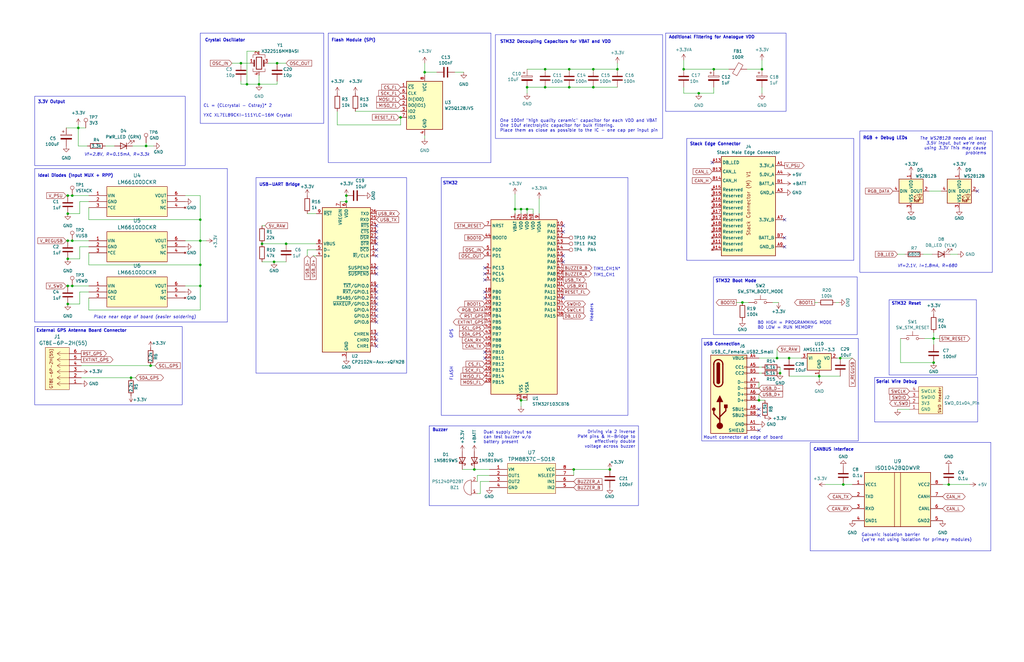
<source format=kicad_sch>
(kicad_sch (version 20230121) (generator eeschema)
  (paper "B")
  (title_block (title "QRET 23-25 SRAD GPS Module") (date "2025-03-06") (rev "V2.0") (company "Queen's Rocket Engineering Team") (comment 1 "Contributors: Tristan Alderson, Kennan Bays") (comment 4 "GRID = 0.635mm"))
  (junction (at 345.44 158.75))
  (junction (at 260.35 29.21))
  (junction (at 101.6 26.67))
  (junction (at 240.03 29.21))
  (junction (at 250.19 29.21))
  (junction (at 30.48 101.6))
  (junction (at 168.91 49.53))
  (junction (at 229.87 36.83))
  (junction (at 120.65 102.87))
  (junction (at 328.93 157.48))
  (junction (at 321.31 29.21))
  (junction (at 28.575 101.6))
  (junction (at 28.575 109.22))
  (junction (at 28.575 128.27))
  (junction (at 28.575 90.17))
  (junction (at 33.02 53.975))
  (junction (at 110.49 102.87))
  (junction (at 250.19 36.83))
  (junction (at 30.48 120.65))
  (junction (at 146.05 82.55))
  (junction (at 146.05 85.09))
  (junction (at 84.455 120.65))
  (junction (at 294.64 39.37))
  (junction (at 219.71 88.265))
  (junction (at 229.87 29.21))
  (junction (at 332.74 151.13))
  (junction (at 55.245 159.385))
  (junction (at 300.99 29.21))
  (junction (at 219.71 168.91))
  (junction (at 217.17 88.265))
  (junction (at 84.455 101.6))
  (junction (at 115.57 110.49))
  (junction (at 116.84 26.67))
  (junction (at 400.05 204.47))
  (junction (at 30.48 82.55))
  (junction (at 393.7 153.035))
  (junction (at 241.935 198.12))
  (junction (at 28.575 82.55))
  (junction (at 313.055 127.635))
  (junction (at 61.595 61.595))
  (junction (at 355.6 204.47))
  (junction (at 28.575 120.65))
  (junction (at 327.66 151.13))
  (junction (at 222.25 36.83))
  (junction (at 84.455 111.76))
  (junction (at 84.455 92.71))
  (junction (at 288.29 29.21))
  (junction (at 222.25 88.265))
  (junction (at 393.7 142.875))
  (junction (at 354.33 151.13))
  (junction (at 109.22 35.56))
  (junction (at 257.175 198.12))
  (junction (at 320.04 168.91))
  (junction (at 63.5 154.305))
  (junction (at 200.025 198.12))
  (junction (at 179.07 30.48))
  (junction (at 104.14 35.56))
  (junction (at 240.03 36.83))
  (no_connect (at 158.75 130.81))
  (no_connect (at 320.04 175.26))
  (no_connect (at 412.115 80.645))
  (no_connect (at 204.47 113.03))
  (no_connect (at 330.835 92.71))
  (no_connect (at 158.75 140.97))
  (no_connect (at 158.75 146.05))
  (no_connect (at 204.47 118.11))
  (no_connect (at 237.49 110.49))
  (no_connect (at 158.75 143.51))
  (no_connect (at 158.75 123.19))
  (no_connect (at 158.75 113.03))
  (no_connect (at 204.47 125.73))
  (no_connect (at 204.47 148.59))
  (no_connect (at 237.49 97.79))
  (no_connect (at 158.75 120.65))
  (no_connect (at 300.355 68.58))
  (no_connect (at 158.75 95.25))
  (no_connect (at 237.49 107.95))
  (no_connect (at 158.75 105.41))
  (no_connect (at 320.04 172.72))
  (no_connect (at 158.75 115.57))
  (no_connect (at 330.835 104.14))
  (no_connect (at 204.47 115.57))
  (no_connect (at 158.75 128.27))
  (no_connect (at 158.75 107.95))
  (no_connect (at 158.75 100.33))
  (no_connect (at 204.47 151.13))
  (no_connect (at 330.835 100.33))
  (no_connect (at 204.47 123.19))
  (no_connect (at 158.75 97.79))
  (no_connect (at 158.75 135.89))
  (no_connect (at 158.75 133.35))
  (no_connect (at 158.75 125.73))
  (no_connect (at 320.04 181.61))
  (no_connect (at 237.49 95.25))
  (no_connect (at 158.75 102.87))
  (no_connect (at 237.49 125.73))
  (wire (pts (xy 288.29 36.83) (xy 288.29 39.37)))
  (wire (pts (xy 113.03 26.67) (xy 116.84 26.67)))
  (wire (pts (xy 327.66 147.32) (xy 327.66 151.13)))
  (wire (pts (xy 400.685 107.315) (xy 403.86 107.315)))
  (wire (pts (xy 28.575 101.6) (xy 30.48 101.6)))
  (wire (pts (xy 300.99 29.21) (xy 307.34 29.21)))
  (wire (pts (xy 78.105 82.55) (xy 84.455 82.55)))
  (polyline (pts (xy 95.885 135.89) (xy 95.885 71.12)))
  (wire (pts (xy 321.31 25.4) (xy 321.31 29.21)))
  (wire (pts (xy 320.04 154.94) (xy 321.31 154.94)))
  (wire (pts (xy 327.66 151.13) (xy 332.74 151.13)))
  (polyline (pts (xy 362.585 77.47) (xy 362.585 77.47)))
  (wire (pts (xy 300.99 39.37) (xy 300.99 36.83)))
  (wire (pts (xy 37.465 104.14) (xy 33.655 104.14)))
  (wire (pts (xy 37.465 111.76) (xy 84.455 111.76)))
  (wire (pts (xy 222.25 36.83) (xy 222.25 39.37)))
  (wire (pts (xy 393.7 142.875) (xy 393.7 145.415)))
  (wire (pts (xy 84.455 101.6) (xy 84.455 111.76)))
  (wire (pts (xy 332.74 151.13) (xy 337.82 151.13)))
  (wire (pts (xy 217.17 81.915) (xy 217.17 88.265)))
  (wire (pts (xy 389.89 142.875) (xy 393.7 142.875)))
  (wire (pts (xy 116.84 35.56) (xy 109.22 35.56)))
  (wire (pts (xy 240.03 36.83) (xy 250.19 36.83)))
  (wire (pts (xy 217.17 88.265) (xy 217.17 90.17)))
  (wire (pts (xy 201.295 208.28) (xy 202.565 208.28)))
  (wire (pts (xy 250.19 36.83) (xy 260.35 36.83)))
  (wire (pts (xy 219.71 168.91) (xy 219.71 171.45)))
  (polyline (pts (xy 14.605 135.89) (xy 95.885 135.89)))
  (wire (pts (xy 110.49 102.87) (xy 120.65 102.87)))
  (wire (pts (xy 33.655 123.19) (xy 33.655 128.27)))
  (wire (pts (xy 310.515 127.635) (xy 313.055 127.635)))
  (wire (pts (xy 129.54 105.41) (xy 129.54 107.95)))
  (wire (pts (xy 33.02 61.595) (xy 36.83 61.595)))
  (wire (pts (xy 28.575 120.65) (xy 30.48 120.65)))
  (wire (pts (xy 393.7 140.335) (xy 393.7 142.875)))
  (wire (pts (xy 143.51 85.09) (xy 146.05 85.09)))
  (wire (pts (xy 168.91 52.705) (xy 168.91 49.53)))
  (wire (pts (xy 219.71 88.265) (xy 222.25 88.265)))
  (wire (pts (xy 109.22 21.59) (xy 104.14 21.59)))
  (wire (pts (xy 202.565 208.28) (xy 202.565 203.2)))
  (wire (pts (xy 142.24 52.705) (xy 168.91 52.705)))
  (wire (pts (xy 222.25 36.83) (xy 229.87 36.83)))
  (wire (pts (xy 116.84 26.67) (xy 120.65 26.67)))
  (wire (pts (xy 227.33 83.82) (xy 227.33 90.17)))
  (wire (pts (xy 200.025 198.12) (xy 206.375 198.12)))
  (wire (pts (xy 345.44 158.75) (xy 345.44 160.02)))
  (wire (pts (xy 191.77 30.48) (xy 195.58 30.48)))
  (wire (pts (xy 378.46 172.72) (xy 383.54 172.72)))
  (wire (pts (xy 378.46 107.315) (xy 381.635 107.315)))
  (wire (pts (xy 391.795 80.645) (xy 396.875 80.645)))
  (wire (pts (xy 55.88 61.595) (xy 61.595 61.595)))
  (wire (pts (xy 320.04 161.29) (xy 320.04 163.83)))
  (wire (pts (xy 55.245 159.385) (xy 57.15 159.385)))
  (wire (pts (xy 179.07 30.48) (xy 184.15 30.48)))
  (polyline (pts (xy 138.43 68.58) (xy 207.01 68.58)))
  (wire (pts (xy 321.31 36.83) (xy 321.31 39.37)))
  (wire (pts (xy 179.07 57.15) (xy 179.07 58.42)))
  (wire (pts (xy 109.22 35.56) (xy 109.22 31.75)))
  (wire (pts (xy 353.06 151.13) (xy 354.33 151.13)))
  (wire (pts (xy 320.04 166.37) (xy 320.04 168.91)))
  (wire (pts (xy 393.7 142.875) (xy 396.24 142.875)))
  (wire (pts (xy 37.465 130.81) (xy 37.465 125.73)))
  (wire (pts (xy 27.94 101.6) (xy 28.575 101.6)))
  (wire (pts (xy 33.02 53.975) (xy 33.02 61.595)))
  (wire (pts (xy 222.25 29.21) (xy 229.87 29.21)))
  (wire (pts (xy 149.86 46.99) (xy 168.91 46.99)))
  (wire (pts (xy 229.87 29.21) (xy 240.03 29.21)))
  (wire (pts (xy 28.575 82.55) (xy 30.48 82.55)))
  (wire (pts (xy 27.94 120.65) (xy 28.575 120.65)))
  (wire (pts (xy 33.655 104.14) (xy 33.655 109.22)))
  (wire (pts (xy 30.48 101.6) (xy 37.465 101.6)))
  (wire (pts (xy 129.54 90.17) (xy 133.35 90.17)))
  (wire (pts (xy 379.73 153.035) (xy 393.7 153.035)))
  (wire (pts (xy 260.35 26.67) (xy 260.35 29.21)))
  (polyline (pts (xy 417.83 232.41) (xy 341.63 232.41)))
  (wire (pts (xy 354.33 151.13) (xy 359.41 151.13)))
  (wire (pts (xy 332.74 158.75) (xy 345.44 158.75)))
  (wire (pts (xy 104.14 21.59) (xy 104.14 35.56)))
  (wire (pts (xy 241.935 198.12) (xy 241.935 200.66)))
  (polyline (pts (xy 138.43 13.97) (xy 207.01 13.97)))
  (wire (pts (xy 240.03 29.21) (xy 250.19 29.21)))
  (wire (pts (xy 120.65 102.87) (xy 133.35 102.87)))
  (polyline (pts (xy 207.01 13.97) (xy 207.01 68.58)))
  (wire (pts (xy 84.455 120.65) (xy 84.455 130.81)))
  (wire (pts (xy 115.57 110.49) (xy 120.65 110.49)))
  (wire (pts (xy 325.755 127.635) (xy 328.295 127.635)))
  (wire (pts (xy 132.08 107.95) (xy 133.35 107.95)))
  (wire (pts (xy 294.64 39.37) (xy 300.99 39.37)))
  (wire (pts (xy 44.45 61.595) (xy 48.26 61.595)))
  (wire (pts (xy 219.71 168.91) (xy 222.25 168.91)))
  (wire (pts (xy 219.71 88.265) (xy 219.71 90.17)))
  (wire (pts (xy 288.29 25.4) (xy 288.29 29.21)))
  (wire (pts (xy 37.465 92.71) (xy 84.455 92.71)))
  (wire (pts (xy 101.6 35.56) (xy 101.6 34.29)))
  (wire (pts (xy 37.465 85.09) (xy 33.655 85.09)))
  (wire (pts (xy 229.87 36.83) (xy 240.03 36.83)))
  (wire (pts (xy 33.655 109.22) (xy 28.575 109.22)))
  (wire (pts (xy 379.73 142.875) (xy 379.73 153.035)))
  (wire (pts (xy 33.02 52.705) (xy 33.02 53.975)))
  (wire (pts (xy 78.105 120.65) (xy 84.455 120.65)))
  (wire (pts (xy 33.655 90.17) (xy 28.575 90.17)))
  (wire (pts (xy 179.07 30.48) (xy 179.07 31.75)))
  (wire (pts (xy 104.14 35.56) (xy 109.22 35.56)))
  (wire (pts (xy 328.93 154.94) (xy 328.93 157.48)))
  (polyline (pts (xy 14.605 71.12) (xy 14.605 135.89)))
  (wire (pts (xy 320.04 168.91) (xy 322.58 168.91)))
  (wire (pts (xy 61.595 61.595) (xy 64.77 61.595)))
  (wire (pts (xy 343.535 127.635) (xy 344.805 127.635)))
  (wire (pts (xy 179.07 26.67) (xy 179.07 30.48)))
  (wire (pts (xy 313.055 127.635) (xy 315.595 127.635)))
  (wire (pts (xy 33.655 85.09) (xy 33.655 90.17)))
  (wire (pts (xy 201.295 200.66) (xy 206.375 200.66)))
  (wire (pts (xy 202.565 203.2) (xy 206.375 203.2)))
  (wire (pts (xy 104.14 35.56) (xy 101.6 35.56)))
  (wire (pts (xy 222.25 88.265) (xy 224.79 88.265)))
  (wire (pts (xy 27.94 82.55) (xy 28.575 82.55)))
  (wire (pts (xy 65.405 154.305) (xy 63.5 154.305)))
  (wire (pts (xy 320.04 151.13) (xy 327.66 151.13)))
  (wire (pts (xy 224.79 88.265) (xy 224.79 90.17)))
  (wire (pts (xy 61.595 60.325) (xy 61.595 61.595)))
  (wire (pts (xy 30.48 82.55) (xy 37.465 82.55)))
  (wire (pts (xy 314.96 29.21) (xy 321.31 29.21)))
  (wire (pts (xy 27.94 53.975) (xy 33.02 53.975)))
  (wire (pts (xy 101.6 26.67) (xy 97.79 26.67)))
  (wire (pts (xy 288.29 39.37) (xy 294.64 39.37)))
  (wire (pts (xy 217.17 88.265) (xy 219.71 88.265)))
  (wire (pts (xy 30.48 120.65) (xy 37.465 120.65)))
  (wire (pts (xy 84.455 82.55) (xy 84.455 92.71)))
  (wire (pts (xy 397.51 204.47) (xy 400.05 204.47)))
  (wire (pts (xy 84.455 111.76) (xy 84.455 120.65)))
  (polyline (pts (xy 417.83 186.69) (xy 417.83 232.41)))
  (wire (pts (xy 355.6 204.47) (xy 359.41 204.47)))
  (wire (pts (xy 110.49 110.49) (xy 115.57 110.49)))
  (wire (pts (xy 288.29 29.21) (xy 300.99 29.21)))
  (wire (pts (xy 142.24 46.99) (xy 142.24 52.705)))
  (wire (pts (xy 241.935 198.12) (xy 257.175 198.12)))
  (wire (pts (xy 347.98 204.47) (xy 355.6 204.47)))
  (polyline (pts (xy 138.43 68.58) (xy 138.43 13.97)))
  (wire (pts (xy 37.465 87.63) (xy 37.465 92.71)))
  (wire (pts (xy 146.05 82.55) (xy 146.05 85.09)))
  (wire (pts (xy 129.54 105.41) (xy 133.35 105.41)))
  (wire (pts (xy 345.44 158.75) (xy 354.33 158.75)))
  (wire (pts (xy 168.275 49.53) (xy 168.91 49.53)))
  (wire (pts (xy 101.6 26.67) (xy 105.41 26.67)))
  (wire (pts (xy 194.945 198.12) (xy 200.025 198.12)))
  (wire (pts (xy 400.05 204.47) (xy 408.94 204.47)))
  (wire (pts (xy 201.295 203.2) (xy 201.295 200.66)))
  (wire (pts (xy 34.29 154.305) (xy 63.5 154.305)))
  (wire (pts (xy 37.465 111.76) (xy 37.465 106.68)))
  (wire (pts (xy 34.29 159.385) (xy 55.245 159.385)))
  (wire (pts (xy 250.19 29.21) (xy 260.35 29.21)))
  (wire (pts (xy 33.655 128.27) (xy 28.575 128.27)))
  (wire (pts (xy 389.255 107.315) (xy 393.065 107.315)))
  (wire (pts (xy 84.455 101.6) (xy 86.995 101.6)))
  (wire (pts (xy 116.84 34.29) (xy 116.84 35.56)))
  (polyline (pts (xy 341.63 186.69) (xy 341.63 232.41)))
  (wire (pts (xy 352.425 127.635) (xy 353.695 127.635)))
  (wire (pts (xy 33.02 53.975) (xy 36.195 53.975)))
  (wire (pts (xy 84.455 92.71) (xy 84.455 101.6)))
  (wire (pts (xy 37.465 130.81) (xy 84.455 130.81)))
  (wire (pts (xy 37.465 123.19) (xy 33.655 123.19)))
  (polyline (pts (xy 14.605 71.12) (xy 95.885 71.12)))
  (polyline (pts (xy 341.63 186.69) (xy 417.83 186.69)))
  (wire (pts (xy 110.49 95.25) (xy 111.76 95.25)))
  (wire (pts (xy 78.105 101.6) (xy 84.455 101.6)))
  (wire (pts (xy 222.25 88.265) (xy 222.25 90.17)))
  (wire (pts (xy 320.04 157.48) (xy 321.31 157.48)))
  (rectangle (start 368.808 159.258) (end 412.242 178.054))
  (rectangle (start 300.863 116.84) (end 361.442 141.224))
  (rectangle (start 14.605 137.795) (end 76.835 170.815))
  (rectangle (start 186.055 74.93) (end 264.795 175.26))
  (rectangle (start 289.56 58.42) (end 360.045 109.855))
  (rectangle (start 107.95 74.93) (end 171.45 157.48))
  (rectangle (start 180.975 179.705) (end 269.24 213.36))
  (rectangle (start 374.904 126.492) (end 411.734 158.242))
  (rectangle (start 362.585 55.245) (end 418.465 114.935))
  (rectangle (start 14.605 40.64) (end 78.105 69.85))
  (rectangle (start 208.915 14.605) (end 279.4 58.42))
  (rectangle (start 280.67 13.97) (end 331.47 46.99))
  (rectangle (start 84.455 13.97) (end 136.525 52.07))
  (rectangle (start 295.91 142.875) (end 361.95 186.055))
  (text "GPS" (at 191.135 142.875 90) (effects (font (size 1.27 1.27)) (justify left bottom)))
  (text "TIM1_CH1" (at 250.19 116.84 0) (effects (font (size 1.27 1.27)) (justify left bottom)))
  (text "Ideal Diodes (Input MUX + RPP)" (at 15.875 74.93 0) (effects (font (size 1.27 1.27) (thickness 0.254) bold) (justify left bottom)))
  (text "Galvanic isolation barrier\n(we're not using isolation for primary modules)" (at 363.22 228.6 0) (effects (font (size 1.27 1.27)) (justify left bottom)))
  (text "Headers" (at 250.19 135.89 90) (effects (font (size 1.27 1.27)) (justify left bottom)))
  (text "USB Connection" (at 296.545 146.05 0) (effects (font (size 1.27 1.27) (thickness 0.254) bold) (justify left bottom)))
  (text "Crystal Oscillator" (at 86.36 17.78 0) (effects (font (size 1.27 1.27) (thickness 0.254) bold) (justify left bottom)))
  (text "Dual supply input so\ncan test buzzer w/o\nbattery present" (at 203.835 187.325 0) (effects (font (size 1.27 1.27)) (justify left bottom)))
  (text "CL = (CLcrystal - Cstray)* 2 \n\nYXC XL7EL89CKI-111YLC-16M Crystal " (at 85.725 49.53 0) (effects (font (size 1.27 1.27)) (justify left bottom)))
  (text "The WS2812B needs at least\n3.5V input, but we're only\nusing 3.3V This may cause\nproblems" (at 415.925 65.405 0) (effects (font (size 1.27 1.27) italic) (justify right bottom)))
  (text "STM32 Reset" (at 375.92 128.905 0) (effects (font (size 1.27 1.27) (thickness 0.254) bold) (justify left bottom)))
  (text "Serial Wire Debug" (at 369.316 161.925 0) (effects (font (size 1.27 1.27) (thickness 0.254) bold) (justify left bottom)))
  (text "CANBUS Interface" (at 342.9 190.5 0) (effects (font (size 1.27 1.27) (thickness 0.254) bold) (justify left bottom)))
  (text "External GPS Antenna Board Connector" (at 15.24 140.335 0) (effects (font (size 1.27 1.27) (thickness 0.254) bold) (justify left bottom)))
  (text "3.3V Output" (at 15.875 43.815 0) (effects (font (size 1.27 1.27) (thickness 0.254) bold) (justify left bottom)))
  (text "STM32 Boot Mode" (at 301.625 119.38 0) (effects (font (size 1.27 1.27) (thickness 0.254) bold) (justify left bottom)))
  (text "USB-UART Bridge" (at 109.22 78.74 0) (effects (font (size 1.27 1.27) (thickness 0.254) bold) (justify left bottom)))
  (text "B0 HIGH = PROGRAMMING MODE\nB0 LOW = RUN MEMORY" (at 319.405 139.065 0) (effects (font (size 1.27 1.27)) (justify left bottom)))
  (text "STM32 Decoupling Capacitors for VBAT and VDD" (at 210.82 18.415 0) (effects (font (size 1.27 1.27) (thickness 0.254) bold) (justify left bottom)))
  (text "Additional Filtering for Analogue VDD" (at 281.94 16.51 0) (effects (font (size 1.27 1.27) (thickness 0.254) bold) (justify left bottom)))
  (text "STM32" (at 186.69 78.105 0) (effects (font (size 1.27 1.27) (thickness 0.254) bold) (justify left bottom)))
  (text "Mount connector at edge of board\n" (at 296.545 185.42 0) (effects (font (size 1.27 1.27)) (justify left bottom)))
  (text "Buzzer" (at 182.245 182.245 0) (effects (font (size 1.27 1.27) bold) (justify left bottom)))
  (text "FLASH\n" (at 191.135 160.655 90) (effects (font (size 1.27 1.27)) (justify left bottom)))
  (text "Vf=2.1V, I=1.8mA, R=680" (at 378.46 113.03 0) (effects (font (size 1.27 1.27) italic) (justify left bottom)))
  (text "Flash Module (SPI)" (at 139.7 17.78 0) (effects (font (size 1.27 1.27) bold) (justify left bottom)))
  (text "One 100nf \"high quality ceramic\" capacitor for each VDD and VBAT\nOne 10uf electrolytic capacitor for bulk filtering.\nPlace them as close as possible to the IC - one cap per input pin" (at 210.82 55.88 0) (effects (font (size 1.27 1.27)) (justify left bottom)))
  (text "Stack Edge Connector" (at 290.83 61.595 0) (effects (font (size 1.27 1.27) (thickness 0.254) bold) (justify left bottom)))
  (text "RGB + Debug LEDs" (at 363.855 59.055 0) (effects (font (size 1.27 1.27) (thickness 0.254) bold) (justify left bottom)))
  (text "Driving via 2 inverse\nPWM pins & H-Bridge to\neffectively double\nvoltage across buzzer" (at 267.97 189.23 0) (effects (font (size 1.27 1.27)) (justify right bottom)))
  (text "TIM1_CH1N*" (at 250.19 114.3 0) (effects (font (size 1.27 1.27)) (justify left bottom)))
  (text "Vf=2.8V, R=0.15mA, R=3.3k" (at 35.56 66.04 0) (effects (font (size 1.27 1.27) italic) (justify left bottom)))
  (text "Place near edge of board (easier soldering)" (at 39.37 134.62 0) (effects (font (size 1.27 1.27) italic) (justify left bottom)))
  (global_label "OSC_OUT" (shape input) (at 120.65 26.67 0) (property "Intersheetrefs" "${INTERSHEET_REFS}" (effects hide)))
  (global_label "USB_D+" (shape input) (at 320.04 166.37 0) (property "Intersheetrefs" "${INTERSHEET_REFS}" (effects hide)))
  (global_label "MOSI_FL" (shape input) (at 204.47 161.29 180) (property "Intersheetrefs" "${INTERSHEET_REFS}" (effects hide)))
  (global_label "SWCLK" (shape input) (at 383.54 165.1 180) (property "Intersheetrefs" "${INTERSHEET_REFS}" (effects hide)))
  (global_label "SCK_FL" (shape input) (at 168.91 39.37 180) (property "Intersheetrefs" "${INTERSHEET_REFS}" (effects hide)))
  (global_label "CAN_L" (shape bidirectional) (at 397.51 214.63 0) (property "Intersheetrefs" "${INTERSHEET_REFS}" (effects hide)))
  (global_label "CS_FL" (shape input) (at 204.47 153.67 180) (property "Intersheetrefs" "${INTERSHEET_REFS}" (effects hide)))
  (global_label "V_PSU" (shape input) (at 27.94 82.55 180) (property "Intersheetrefs" "${INTERSHEET_REFS}" (effects hide)))
  (global_label "SWDIO" (shape input) (at 383.54 167.64 180) (property "Intersheetrefs" "${INTERSHEET_REFS}" (effects hide)))
  (global_label "CAN_TX" (shape input) (at 204.47 146.05 180) (property "Intersheetrefs" "${INTERSHEET_REFS}" (effects hide)))
  (global_label "RGB_DATA" (shape output) (at 204.47 130.81 180) (property "Intersheetrefs" "${INTERSHEET_REFS}" (effects hide)))
  (global_label "USB_TX" (shape output) (at 237.49 118.11 0) (property "Intersheetrefs" "${INTERSHEET_REFS}" (effects hide)))
  (global_label "V_PSU" (shape output) (at 330.835 69.85 0) (property "Intersheetrefs" "${INTERSHEET_REFS}" (effects hide)))
  (global_label "EXTINT_GPS" (shape output) (at 204.47 135.89 180) (property "Intersheetrefs" "${INTERSHEET_REFS}" (effects hide)))
  (global_label "DB_LED" (shape input) (at 378.46 107.315 180) (property "Intersheetrefs" "${INTERSHEET_REFS}" (effects hide)))
  (global_label "CAN_TX" (shape bidirectional) (at 359.41 209.55 180) (property "Intersheetrefs" "${INTERSHEET_REFS}" (effects hide)))
  (global_label "5V_RAW" (shape input) (at 327.66 147.32 0) (property "Intersheetrefs" "${INTERSHEET_REFS}" (effects hide)))
  (global_label "BOOT1" (shape input) (at 204.47 128.27 180) (property "Intersheetrefs" "${INTERSHEET_REFS}" (effects hide)))
  (global_label "MOSI_FL" (shape input) (at 168.91 41.91 180) (property "Intersheetrefs" "${INTERSHEET_REFS}" (effects hide)))
  (global_label "OSC_OUT" (shape input) (at 204.47 107.95 180) (property "Intersheetrefs" "${INTERSHEET_REFS}" (effects hide)))
  (global_label "RGB_DATA" (shape input) (at 376.555 80.645 180) (property "Intersheetrefs" "${INTERSHEET_REFS}" (effects hide)))
  (global_label "BOOT0" (shape input) (at 204.47 100.33 180) (property "Intersheetrefs" "${INTERSHEET_REFS}" (effects hide)))
  (global_label "RESET_FL" (shape input) (at 168.275 49.53 180) (property "Intersheetrefs" "${INTERSHEET_REFS}" (effects hide)))
  (global_label "SDA_GPS" (shape input) (at 204.47 140.97 180) (property "Intersheetrefs" "${INTERSHEET_REFS}" (effects hide)))
  (global_label "USB_D-" (shape input) (at 129.54 107.95 270) (property "Intersheetrefs" "${INTERSHEET_REFS}" (effects hide)))
  (global_label "SCK_FL" (shape input) (at 204.47 156.21 180) (property "Intersheetrefs" "${INTERSHEET_REFS}" (effects hide)))
  (global_label "USB_RX" (shape output) (at 158.75 90.17 0) (property "Intersheetrefs" "${INTERSHEET_REFS}" (effects hide)))
  (global_label "USB_TX" (shape input) (at 158.75 92.71 0) (property "Intersheetrefs" "${INTERSHEET_REFS}" (effects hide)))
  (global_label "OSC_IN" (shape input) (at 204.47 105.41 180) (property "Intersheetrefs" "${INTERSHEET_REFS}" (effects hide)))
  (global_label "CAN_L" (shape input) (at 300.355 72.39 180) (property "Intersheetrefs" "${INTERSHEET_REFS}" (effects hide)))
  (global_label "RESET_FL" (shape output) (at 237.49 123.19 0) (property "Intersheetrefs" "${INTERSHEET_REFS}" (effects hide)))
  (global_label "MISO_FL" (shape input) (at 204.47 158.75 180) (property "Intersheetrefs" "${INTERSHEET_REFS}" (effects hide)))
  (global_label "BOOT1" (shape output) (at 343.535 127.635 180) (property "Intersheetrefs" "${INTERSHEET_REFS}" (effects hide)))
  (global_label "SDA_GPS" (shape bidirectional) (at 57.15 159.385 0) (property "Intersheetrefs" "${INTERSHEET_REFS}" (effects hide)))
  (global_label "EXTINT_GPS" (shape output) (at 34.29 151.765 0) (property "Intersheetrefs" "${INTERSHEET_REFS}" (effects hide)))
  (global_label "OSC_IN" (shape input) (at 97.79 26.67 180) (property "Intersheetrefs" "${INTERSHEET_REFS}" (effects hide)))
  (global_label "BUZZER_B" (shape input) (at 241.935 205.74 0) (property "Intersheetrefs" "${INTERSHEET_REFS}" (effects hide)))
  (global_label "STM_RESET" (shape input) (at 204.47 95.25 180) (property "Intersheetrefs" "${INTERSHEET_REFS}" (effects hide)))
  (global_label "BOOT0" (shape output) (at 310.515 127.635 180) (property "Intersheetrefs" "${INTERSHEET_REFS}" (effects hide)))
  (global_label "MISO_FL" (shape input) (at 168.91 44.45 180) (property "Intersheetrefs" "${INTERSHEET_REFS}" (effects hide)))
  (global_label "CAN_H" (shape bidirectional) (at 397.51 209.55 0) (property "Intersheetrefs" "${INTERSHEET_REFS}" (effects hide)))
  (global_label "SWCLK" (shape input) (at 237.49 130.81 0) (property "Intersheetrefs" "${INTERSHEET_REFS}" (effects hide)))
  (global_label "DB_LED" (shape output) (at 237.49 133.35 0) (property "Intersheetrefs" "${INTERSHEET_REFS}" (effects hide)))
  (global_label "BUZZER_B" (shape output) (at 237.49 113.03 0) (property "Intersheetrefs" "${INTERSHEET_REFS}" (effects hide)))
  (global_label "SCL_GPS" (shape input) (at 65.405 154.305 0) (property "Intersheetrefs" "${INTERSHEET_REFS}" (effects hide)))
  (global_label "USB_D+" (shape input) (at 132.08 107.95 270) (property "Intersheetrefs" "${INTERSHEET_REFS}" (effects hide)))
  (global_label "CAN_RX" (shape bidirectional) (at 359.41 214.63 180) (property "Intersheetrefs" "${INTERSHEET_REFS}" (effects hide)))
  (global_label "BUZZER_A" (shape output) (at 237.49 115.57 0) (property "Intersheetrefs" "${INTERSHEET_REFS}" (effects hide)))
  (global_label "V_SWD" (shape input) (at 27.94 120.65 180) (property "Intersheetrefs" "${INTERSHEET_REFS}" (effects hide)))
  (global_label "CS_FL" (shape input) (at 168.91 36.83 180) (property "Intersheetrefs" "${INTERSHEET_REFS}" (effects hide)))
  (global_label "SWDIO" (shape bidirectional) (at 237.49 128.27 0) (property "Intersheetrefs" "${INTERSHEET_REFS}" (effects hide)))
  (global_label "CAN_RX" (shape input) (at 204.47 143.51 180) (property "Intersheetrefs" "${INTERSHEET_REFS}" (effects hide)))
  (global_label "V_REGUSB" (shape input) (at 27.94 101.6 180) (property "Intersheetrefs" "${INTERSHEET_REFS}" (effects hide)))
  (global_label "V_REGUSB" (shape input) (at 359.41 151.13 270) (property "Intersheetrefs" "${INTERSHEET_REFS}" (effects hide)))
  (global_label "USB_D-" (shape input) (at 320.04 163.83 0) (property "Intersheetrefs" "${INTERSHEET_REFS}" (effects hide)))
  (global_label "RST_GPS" (shape output) (at 204.47 133.35 180) (property "Intersheetrefs" "${INTERSHEET_REFS}" (effects hide)))
  (global_label "SCL_GPS" (shape input) (at 204.47 138.43 180) (property "Intersheetrefs" "${INTERSHEET_REFS}" (effects hide)))
  (global_label "V_SWD" (shape output) (at 383.54 170.18 180) (property "Intersheetrefs" "${INTERSHEET_REFS}" (effects hide)))
  (global_label "BUZZER_A" (shape input) (at 241.935 203.2 0) (property "Intersheetrefs" "${INTERSHEET_REFS}" (effects hide)))
  (global_label "STM_RESET" (shape output) (at 396.24 142.875 0) (property "Intersheetrefs" "${INTERSHEET_REFS}" (effects hide)))
  (global_label "RST_GPS" (shape output) (at 34.29 149.225 0) (property "Intersheetrefs" "${INTERSHEET_REFS}" (effects hide)))
  (global_label "CAN_H" (shape input) (at 300.355 76.2 180) (property "Intersheetrefs" "${INTERSHEET_REFS}" (effects hide)))
  (global_label "5V_RAW" (shape input) (at 111.76 95.25 0) (property "Intersheetrefs" "${INTERSHEET_REFS}" (effects hide)))
  (global_label "USB_RX" (shape input) (at 237.49 120.65 0) (property "Intersheetrefs" "${INTERSHEET_REFS}" (effects hide)))
  (symbol (lib_id "Device:C") (at 332.74 154.94 0) (unit 1)
    (property "Reference" "C28" (at 335.28 153.67 0) (effects (justify left)))
    (property "Value" "10uF" (at 335.28 156.21 0) (effects (justify left)))
    (property "Footprint" "Capacitor_SMD:C_0603_1608Metric" (effects hide))
    (property "JLCPCB" "C96446" (effects hide))
  )
  (symbol (lib_id "power:+5V") (at 330.835 73.66 270) (unit 1)
    (property "Reference" "#PWR039" (effects hide))
    (property "Value" "+5V" (at 333.883 73.66 90) (effects (justify left)))
  )
  (symbol (lib_id "power:+3.3V") (at 179.07 26.67 0) (unit 1)
    (property "Reference" "#PWR035" (effects hide))
    (property "Value" "+3.3V" (at 179.07 21.59 0))
  )
  (symbol (lib_id "power:GND") (at 34.29 161.925 90) (mirror x) (unit 1)
    (property "Reference" "#PWR011" (effects hide))
    (property "Value" "GND" (at 37.4649 161.925 90) (effects (justify right)))
  )
  (symbol (lib_id "Device:C") (at 120.65 106.68 180) (unit 1)
    (property "Reference" "C6" (at 127 105.41 0) (effects (justify left)))
    (property "Value" "1uF" (at 127 107.95 0) (effects (justify left)))
    (property "Footprint" "Capacitor_SMD:C_0603_1608Metric" (effects hide))
    (property "JLCPCB" "C15849" (effects hide))
  )
  (symbol (lib_id "power:+3.3V") (at 322.58 176.53 270) (unit 1)
    (property "Reference" "#PWR055" (effects hide))
    (property "Value" "+3.3V" (at 325.755 176.53 90) (effects (justify left)))
  )
  (symbol (lib_id "Diode:1N5819WS") (at 194.945 194.31 270) (mirror x) (unit 1)
    (property "Reference" "D1" (at 187.96 191.77 90))
    (property "Value" "1N5819WS" (at 187.96 194.31 90))
    (property "Footprint" "Diode_SMD:D_SOD-323" (effects hide))
    (property "Datasheet" "https://datasheet.lcsc.com/lcsc/2204281430_Guangdong-Hottech-1N5819WS_C191023.pdf" (effects hide))
    (property "JLCPCB" "C191023" (effects hide))
  )
  (symbol (lib_id "Device:C_Polarized") (at 27.94 57.785 0) (unit 1)
    (property "Reference" "C5" (at 20.955 58.42 0) (effects (justify left)))
    (property "Value" "100uF" (at 19.05 60.8442 0) (effects (justify left)))
    (property "Footprint" "Capacitor_SMD:CP_Elec_6.3x5.9" (effects hide))
    (property "Datasheet" "https://www.we-online.com/components/products/datasheet/865080343009.pdf" (effects hide))
    (property "Digikey" "732-8419-1-ND" (effects hide))
  )
  (symbol (lib_id "TPM8837C-SO1R:TPM8837C-SO1R") (at 206.375 198.12 0) (unit 1)
    (property "Reference" "U7" (at 224.155 190.9498 0) (effects (font (size 1.524 1.524))))
    (property "Value" "TPM8837C-SO1R" (at 224.155 193.7826 0) (effects (font (size 1.524 1.524))))
    (property "Footprint" "footprints:SOP-8_TPK" (effects hide))
    (property "Datasheet" "TPM8837C-SO1R" (effects hide))
    (property "Digikey" "5503-TPM8837C-SO1RCT-ND" (effects hide))
  )
  (symbol (lib_id "EdgeConnector:SWD_01x04_Pin") (at 388.62 170.18 180) (unit 1)
    (property "Reference" "J2" (at 398.145 167.6979 0) (effects (justify right)))
    (property "Value" "SWD_01x04_Pin" (at 398.145 170.1221 0) (effects (justify right)))
    (property "Footprint" "SWD_Header:SWD_PinHeader_1x04_P2.54mm_Horizontal_SMD" (effects hide))
    (property "Digikey" "952-3233-ND" (effects hide))
  )
  (symbol (lib_id "power:+3.3V") (at 384.175 73.025 0) (unit 1)
    (property "Reference" "#PWR024" (effects hide))
    (property "Value" "+3.3V" (at 384.175 69.215 0))
  )
  (symbol (lib_id "power:+BATT") (at 200.025 190.5 0) (unit 1)
    (property "Reference" "#PWR042" (effects hide))
    (property "Value" "+BATT" (at 200.025 187.325 90) (effects (justify left)))
  )
  (symbol (lib_id "power:GND") (at 78.105 123.19 90) (unit 1)
    (property "Reference" "#PWR010" (effects hide))
    (property "Value" "GND" (at 78.74 125.73 90) (effects (justify right)))
  )
  (symbol (lib_id "power:+3.3V") (at 217.17 81.915 0) (unit 1)
    (property "Reference" "#PWR04" (effects hide))
    (property "Value" "+3.3V" (at 217.17 77.47 0))
  )
  (symbol (lib_id "power:GND") (at 330.835 81.28 90) (unit 1)
    (property "Reference" "#PWR040" (effects hide))
    (property "Value" "GND" (at 334.01 81.28 90) (effects (justify right)))
  )
  (symbol (lib_id "power:+3.3V") (at 257.175 198.12 0) (unit 1)
    (property "Reference" "#PWR051" (effects hide))
    (property "Value" "+3.3V" (at 257.175 194.945 0) (effects (justify left)))
  )
  (symbol (lib_id "power:+3.3V") (at 347.98 204.47 90) (unit 1)
    (property "Reference" "#PWR015" (effects hide))
    (property "Value" "+3.3V" (at 342.9 201.93 90) (effects (justify right)))
  )
  (symbol (lib_id "Device:C_Polarized") (at 222.25 33.02 0) (unit 1)
    (property "Reference" "C10" (at 215.9 31.115 0) (effects (justify left)))
    (property "Value" "10uF" (at 213.995 33.5392 0) (effects (justify left)))
    (property "Footprint" "Capacitor_SMD:CP_Elec_4x5.4" (effects hide))
    (property "Datasheet" "https://www.we-online.com/components/products/datasheet/865080340001.pdf" (effects hide))
    (property "Digikey" "732-8411-1-ND" (effects hide))
  )
  (symbol (lib_id "QRET_Buck_PSU-symbols:LM66100DCKR") (at 57.785 123.19 0) (unit 1)
    (property "Reference" "U6" (at 57.785 112.1463 0) (effects (font (size 1.524 1.524))))
    (property "Value" "LM66100DCKR" (at 57.785 114.9791 0) (effects (font (size 1.524 1.524))))
    (property "Footprint" "LMR66100:SC-70-6_Handsoldering" (effects hide))
    (property "Datasheet" "https://www.ti.com/general/docs/suppproductinfo.tsp?distId=10&gotoUrl=https%3A%2F%2Fwww.ti.com%2Flit%2Fgpn%2flm66100" (effects hide))
    (property "JLCPCB" "C2869734" (effects hide))
  )
  (symbol (lib_id "Device:C") (at 355.6 200.66 0) (unit 1)
    (property "Reference" "C8" (at 359.41 198.12 0) (effects (justify left)))
    (property "Value" "0.1u" (at 359.41 200.66 0) (effects (justify left)))
    (property "Footprint" "Capacitor_SMD:C_0603_1608Metric" (effects hide))
    (property "JLCPCB" "C14663" (effects hide))
  )
  (symbol (lib_id "power:GND") (at 345.44 160.02 0) (unit 1)
    (property "Reference" "#PWR057" (effects hide))
    (property "Value" "GND" (at 345.44 165.1 0))
  )
  (symbol (lib_id "power:GND") (at 403.86 107.315 90) (unit 1)
    (property "Reference" "#PWR026" (effects hide))
    (property "Value" "GND" (at 407.035 107.315 90) (effects (justify right)))
  )
  (symbol (lib_id "power:+3.3V") (at 328.295 127.635 180) (unit 1)
    (property "Reference" "#PWR070" (effects hide))
    (property "Value" "+3.3V" (at 328.295 131.445 0))
  )
  (symbol (lib_id "Connector:TestPoint") (at 36.195 53.975 0) (unit 1) (in_bom no)
    (property "Reference" "TP7" (at 37.592 49.4609 0) (effects (justify left)))
    (property "Value" "3V3" (at 37.592 51.8851 0) (effects (justify left)))
    (property "Footprint" "TestPoint:TestPoint_Pad_1.5x1.5mm" (effects hide))
  )
  (symbol (lib_id "Device:R") (at 110.49 106.68 180) (unit 1)
    (property "Reference" "R10" (at 112.268 105.4679 0) (effects (justify right)))
    (property "Value" "47k" (at 112.268 107.8921 0) (effects (justify right)))
    (property "Footprint" "Resistor_SMD:R_0603_1608Metric" (effects hide))
    (property "JLCPCB" "C25819" (effects hide))
  )
  (symbol (lib_id "power:+3.3V") (at 33.02 52.705 0) (unit 1)
    (property "Reference" "#PWR021" (effects hide))
    (property "Value" "+3.3V" (at 33.02 47.625 0))
  )
  (symbol (lib_id "power:GND") (at 320.04 179.07 90) (unit 1)
    (property "Reference" "#PWR054" (effects hide))
    (property "Value" "GND" (at 323.215 179.07 90) (effects (justify right)))
  )
  (symbol (lib_id "power:GND") (at 404.495 88.265 0) (unit 1)
    (property "Reference" "#PWR032" (effects hide))
    (property "Value" "GND" (at 404.495 92.075 0))
  )
  (symbol (lib_id "Device:C") (at 149.86 82.55 270) (unit 1)
    (property "Reference" "C19" (at 149.86 76.2 90) (effects (justify left)))
    (property "Value" "10uF" (at 149.86 78.74 90) (effects (justify left)))
    (property "Footprint" "Capacitor_SMD:C_0603_1608Metric" (effects hide))
    (property "JLCPCB" "C96446" (effects hide))
  )
  (symbol (lib_id "Device:C") (at 240.03 33.02 0) (unit 1)
    (property "Reference" "C14" (at 243.205 31.75 0) (effects (justify left)))
    (property "Value" "100n" (at 242.57 34.29 0) (effects (justify left)))
    (property "Footprint" "Capacitor_SMD:C_0402_1005Metric" (effects hide))
    (property "JLCPCB" "C1525" (effects hide))
  )
  (symbol (lib_id "power:GND") (at 321.31 39.37 0) (unit 1)
    (property "Reference" "#PWR048" (effects hide))
    (property "Value" "GND" (at 321.31 44.45 0))
  )
  (symbol (lib_id "power:+3.3V") (at 194.945 190.5 0) (unit 1)
    (property "Reference" "#PWR033" (effects hide))
    (property "Value" "+3.3V" (at 194.945 187.325 90) (effects (justify left)))
  )
  (symbol (lib_id "Regulator_Linear:AMS1117-3.3") (at 345.44 151.13 0) (unit 1)
    (property "Reference" "U10" (at 345.44 145.0807 0))
    (property "Value" "AMS1117-3.3" (at 345.44 147.5049 0))
    (property "Footprint" "Package_TO_SOT_SMD:SOT-223-3_TabPin2" (effects hide))
    (property "Datasheet" "http://www.advanced-monolithic.com/pdf/ds1117.pdf" (effects hide))
    (property "JLCPCB" "C6186" (effects hide))
  )
  (symbol (lib_id "power:GND") (at 359.41 219.71 0) (unit 1)
    (property "Reference" "#PWR022" (effects hide))
    (property "Value" "GND" (at 359.41 224.79 0))
  )
  (symbol (lib_id "power:GND") (at 28.575 90.17 0) (unit 1)
    (property "Reference" "#PWR01" (effects hide))
    (property "Value" "GND" (at 28.575 95.25 0))
  )
  (symbol (lib_id "power:GND") (at 146.05 151.13 0) (unit 1)
    (property "Reference" "#PWR037" (effects hide))
    (property "Value" "GND" (at 146.05 154.94 0))
  )
  (symbol (lib_id "Device:FerriteBead") (at 311.15 29.21 90) (unit 1)
    (property "Reference" "FB1" (at 311.0992 21.59 90))
    (property "Value" "100R" (at 311.0992 24.13 90))
    (property "Footprint" "Resistor_SMD:R_0805_2012Metric" (effects hide))
    (property "JLCPCB" "C1015" (effects hide))
  )
  (symbol (lib_id "LED:WS2812B") (at 404.495 80.645 0) (unit 1)
    (property "Reference" "D9" (at 408.305 71.755 0))
    (property "Value" "WS2812B" (at 410.845 74.295 0))
    (property "Footprint" "LED_SMD:LED_WS2812B_PLCC4_5.0x5.0mm_P3.2mm" (effects hide))
    (property "Datasheet" "https://cdn-shop.adafruit.com/datasheets/WS2812B.pdf" (effects hide))
    (property "Digikey" "1568-COM-16347CT-ND" (effects hide))
  )
  (symbol (lib_id "Device:R") (at 393.7 136.525 180) (unit 1)
    (property "Reference" "R2" (at 395.478 135.3129 0) (effects (justify right)))
    (property "Value" "10k" (at 395.478 137.7371 0) (effects (justify right)))
    (property "Footprint" "Resistor_SMD:R_0603_1608Metric" (effects hide))
    (property "JLCPCB" "C25804" (effects hide))
  )
  (symbol (lib_id "Device:R") (at 322.58 172.72 180) (unit 1)
    (property "Reference" "R8" (at 325.12 173.99 90) (effects (justify right)))
    (property "Value" "1.5k" (at 322.58 174.625 90) (effects (justify right)))
    (property "Footprint" "Resistor_SMD:R_0603_1608Metric" (effects hide))
    (property "JLCPCB" "C22843" (effects hide))
  )
  (symbol (lib_id "Device:C") (at 28.575 124.46 0) (unit 1)
    (property "Reference" "C4" (at 22.225 123.19 0) (effects (justify left)))
    (property "Value" "1uF" (at 22.225 125.73 0) (effects (justify left)))
    (property "Footprint" "Capacitor_SMD:C_0603_1608Metric" (effects hide))
    (property "JLCPCB" "C15849" (effects hide))
  )
  (symbol (lib_id "power:GND") (at 257.175 205.74 0) (unit 1)
    (property "Reference" "#PWR058" (effects hide))
    (property "Value" "GND" (at 259.08 209.55 0) (effects (justify right)))
  )
  (symbol (lib_id "Diode:1N5819WS") (at 200.025 194.31 90) (unit 1)
    (property "Reference" "D2" (at 207.01 191.8858 90))
    (property "Value" "1N5819WS" (at 207.01 194.31 90))
    (property "Footprint" "Diode_SMD:D_SOD-323" (effects hide))
    (property "Datasheet" "https://datasheet.lcsc.com/lcsc/2204281430_Guangdong-Hottech-1N5819WS_C191023.pdf" (effects hide))
    (property "JLCPCB" "C191023" (effects hide))
  )
  (symbol (lib_id "Device:R") (at 348.615 127.635 270) (unit 1)
    (property "Reference" "R20" (at 348.615 122.4747 90))
    (property "Value" "100k" (at 348.615 124.8989 90))
    (property "Footprint" "Resistor_SMD:R_0603_1608Metric" (effects hide))
    (property "JLCPCB" "C25803" (effects hide))
  )
  (symbol (lib_id "power:GND") (at 397.51 219.71 0) (unit 1)
    (property "Reference" "#PWR028" (effects hide))
    (property "Value" "GND" (at 397.51 224.79 0))
  )
  (symbol (lib_id "power:GND") (at 64.77 61.595 90) (unit 1)
    (property "Reference" "#PWR023" (effects hide))
    (property "Value" "GND" (at 64.77 64.135 90) (effects (justify right)))
  )
  (symbol (lib_id "power:GND") (at 400.05 196.85 180) (unit 1)
    (property "Reference" "#PWR029" (effects hide))
    (property "Value" "GND" (at 400.05 192.7169 0))
  )
  (symbol (lib_id "power:GND") (at 109.22 35.56 0) (unit 1)
    (property "Reference" "#PWR02" (effects hide))
    (property "Value" "GND" (at 109.22 40.64 0))
  )
  (symbol (lib_id "Device:C") (at 28.575 105.41 0) (unit 1)
    (property "Reference" "C2" (at 22.225 104.14 0) (effects (justify left)))
    (property "Value" "1uF" (at 22.225 106.68 0) (effects (justify left)))
    (property "Footprint" "Capacitor_SMD:C_0603_1608Metric" (effects hide))
    (property "JLCPCB" "C15849" (effects hide))
  )
  (symbol (lib_id "power:GND") (at 219.71 171.45 0) (unit 1)
    (property "Reference" "#PWR05" (effects hide))
    (property "Value" "GND" (effects hide))
  )
  (symbol (lib_id "Device:C") (at 393.7 149.225 0) (unit 1)
    (property "Reference" "C7" (at 397.51 147.955 0) (effects (justify left)))
    (property "Value" "100nF" (at 397.51 150.495 0) (effects (justify left)))
    (property "Footprint" "Capacitor_SMD:C_0603_1608Metric" (effects hide))
    (property "JLCPCB" "C14663" (effects hide))
  )
  (symbol (lib_id "Connector:TestPoint") (at 237.49 102.87 270) (unit 1) (in_bom no)
    (property "Reference" "TP11" (at 241.935 102.87 90) (effects (justify left)))
    (property "Value" "PA3" (at 247.65 102.87 90) (effects (justify left)))
    (property "Footprint" "TestPoint:TestPoint_Pad_1.5x1.5mm" (effects hide))
  )
  (symbol (lib_id "Device:Crystal_GND24") (at 109.22 26.67 0) (unit 1)
    (property "Reference" "Y1" (at 118.11 19.05 0))
    (property "Value" "X322516MMB4SI" (at 118.11 21.59 0))
    (property "Footprint" "Crystal:Crystal_SMD_3225-4Pin_3.2x2.5mm" (effects hide))
    (property "JLCPCB" "C13738" (effects hide))
  )
  (symbol (lib_id "EdgeConnector:Stack Male Edge Connector") (at 315.595 87.63 0) (unit 1) (in_bom no)
    (property "Reference" "J4" (at 315.595 61.8957 0))
    (property "Value" "Stack Male Edge Connector" (at 315.595 64.3199 0))
    (property "Footprint" "Connector_PCBEdge:BUS_PCIexpress_x1" (effects hide))
  )
  (symbol (lib_id "Device:C") (at 28.575 86.36 0) (unit 1)
    (property "Reference" "C1" (at 22.225 85.09 0) (effects (justify left)))
    (property "Value" "1uF" (at 22.225 87.63 0) (effects (justify left)))
    (property "Footprint" "Capacitor_SMD:C_0603_1608Metric" (effects hide))
    (property "JLCPCB" "C15849" (effects hide))
  )
  (symbol (lib_id "power:+3.3V") (at 149.86 39.37 0) (unit 1)
    (property "Reference" "#PWR034" (effects hide))
    (property "Value" "+3.3V" (at 149.86 34.29 0))
  )
  (symbol (lib_id "power:GND") (at 353.695 127.635 90) (unit 1)
    (property "Reference" "#PWR071" (effects hide))
    (property "Value" "GND" (at 357.505 127.635 0))
  )
  (symbol (lib_id "Device:R") (at 313.055 131.445 180) (unit 1)
    (property "Reference" "R19" (at 314.833 130.2329 0) (effects (justify right)))
    (property "Value" "100k" (at 314.833 132.6571 0) (effects (justify right)))
    (property "Footprint" "Resistor_SMD:R_0603_1608Metric" (effects hide))
    (property "JLCPCB" "C25803" (effects hide))
  )
  (symbol (lib_id "power:+3.3V") (at 55.245 167.005 0) (mirror x) (unit 1)
    (property "Reference" "#PWR053" (effects hide))
    (property "Value" "+3.3V" (at 58.928 168.656 0))
  )
  (symbol (lib_id "Connector:TestPoint") (at 237.49 100.33 270) (unit 1) (in_bom no)
    (property "Reference" "TP10" (at 241.935 100.33 90) (effects (justify left)))
    (property "Value" "PA2" (at 247.65 100.33 90) (effects (justify left)))
    (property "Footprint" "TestPoint:TestPoint_Pad_1.5x1.5mm" (effects hide))
  )
  (symbol (lib_id "power:GND") (at 393.7 153.035 0) (unit 1)
    (property "Reference" "#PWR014" (effects hide))
    (property "Value" "GND" (at 393.7 156.845 0))
  )
  (symbol (lib_id "power:GND") (at 313.055 135.255 0) (unit 1)
    (property "Reference" "#PWR069" (effects hide))
    (property "Value" "GND" (at 313.055 139.065 0))
  )
  (symbol (lib_id "Device:C") (at 400.05 200.66 0) (unit 1)
    (property "Reference" "C9" (at 403.86 199.39 0) (effects (justify left)))
    (property "Value" "0.1u" (at 403.86 201.93 0) (effects (justify left)))
    (property "Footprint" "Capacitor_SMD:C_0603_1608Metric" (effects hide))
    (property "JLCPCB" "C14663" (effects hide))
  )
  (symbol (lib_id "MCU_ST_STM32F1:STM32F103CBTx") (at 219.71 130.81 0) (unit 1)
    (property "Reference" "U1" (at 224.4441 168.0901 0) (effects (justify left)))
    (property "Value" "STM32F103CBT6" (at 224.4441 170.5143 0) (effects (justify left)))
    (property "Footprint" "Package_QFP:LQFP-48_7x7mm_P0.5mm" (effects hide))
    (property "Datasheet" "https://www.st.com/resource/en/datasheet/stm32f103cb.pdf" (effects hide))
    (property "JLCPCB" "C8304" (effects hide))
  )
  (symbol (lib_id "power:+3.3VA") (at 288.29 25.4 0) (unit 1)
    (property "Reference" "#PWR045" (effects hide))
    (property "Value" "+3.3VA" (at 288.29 20.955 0))
  )
  (symbol (lib_id "Connector:TestPoint") (at 30.48 82.55 0) (unit 1) (in_bom no)
    (property "Reference" "TP1" (at 31.877 78.0359 0) (effects (justify left)))
    (property "Value" "VSTACK" (at 31.877 80.4601 0) (effects (justify left)))
    (property "Footprint" "TestPoint:TestPoint_Pad_1.5x1.5mm" (effects hide))
  )
  (symbol (lib_id "Switch:SW_Push") (at 384.81 142.875 0) (unit 1)
    (property "Reference" "SW1" (at 384.81 135.8097 0))
    (property "Value" "SW_STM_RESET" (at 384.81 138.2339 0))
    (property "Footprint" "Button_Switch_SMD:SW_Push_1P1T_XKB_TS-1187A" (effects hide))
    (property "Datasheet" "https://datasheet.lcsc.com/lcsc/2304140030_XKB-Connection-TS-1187A-B-A-B_C318884.pdf" (effects hide))
    (property "JLCPCB" "C318884" (effects hide))
  )
  (symbol (lib_id "Device:C") (at 354.33 154.94 0) (unit 1)
    (property "Reference" "C29" (at 354.33 147.32 0) (effects (justify left)))
    (property "Value" "10uF" (at 354.33 149.86 0) (effects (justify left)))
    (property "Footprint" "Capacitor_SMD:C_0603_1608Metric" (effects hide))
    (property "JLCPCB" "C96446" (effects hide))
  )
  (symbol (lib_id "power:GND") (at 78.105 85.09 90) (unit 1)
    (property "Reference" "#PWR08" (effects hide))
    (property "Value" "GND" (at 78.74 87.63 90) (effects (justify right)))
  )
  (symbol (lib_id "QRET_Buck_PSU-symbols:LM66100DCKR") (at 57.785 85.09 0) (unit 1)
    (property "Reference" "U4" (at 57.785 74.0463 0) (effects (font (size 1.524 1.524))))
    (property "Value" "LM66100DCKR" (at 57.785 76.8791 0) (effects (font (size 1.524 1.524))))
    (property "Footprint" "LMR66100:SC-70-6_Handsoldering" (effects hide))
    (property "Datasheet" "https://www.ti.com/general/docs/suppproductinfo.tsp?distId=10&gotoUrl=https%3A%2F%2Fwww.ti.com%2Flit%2Fgpn%2flm66100" (effects hide))
    (property "JLCPCB" "C2869734" (effects hide))
  )
  (symbol (lib_id "Device:R") (at 325.12 154.94 90) (unit 1)
    (property "Reference" "R14" (at 327.025 152.4 90) (effects (justify left)))
    (property "Value" "5.1k" (at 327.025 154.94 90) (effects (justify left)))
    (property "Footprint" "Resistor_SMD:R_0603_1608Metric" (effects hide))
    (property "JLCPCB" "C23186" (effects hide))
  )
  (symbol (lib_id "power:GND") (at 328.93 157.48 0) (unit 1)
    (property "Reference" "#PWR056" (effects hide))
    (property "Value" "GND" (at 328.93 161.6131 0))
  )
  (symbol (lib_id "Device:Buzzer") (at 198.755 205.74 180) (unit 1)
    (property "Reference" "BZ1" (at 193.675 205.74 0) (effects (justify left)))
    (property "Value" "PS1240P02BT" (at 195.58 203.2 0) (effects (justify left)))
    (property "Footprint" "footprints:Buzzer_12.6x9.5RM5.0" (effects hide))
    (property "Digikey" "445-2525-1-ND" (effects hide))
  )
  (symbol (lib_id "power:GND") (at 355.6 196.85 180) (unit 1)
    (property "Reference" "#PWR020" (effects hide))
    (property "Value" "GND" (at 355.6 192.7169 0))
  )
  (symbol (lib_id "Device:C") (at 288.29 33.02 0) (unit 1)
    (property "Reference" "C17" (at 291.465 31.75 0) (effects (justify left)))
    (property "Value" "10n" (at 290.83 34.29 0) (effects (justify left)))
    (property "Footprint" "Capacitor_SMD:C_0603_1608Metric" (effects hide))
    (property "JLCPCB" "C57112" (effects hide))
  )
  (symbol (lib_id "Connector:TestPoint") (at 237.49 105.41 270) (unit 1) (in_bom no)
    (property "Reference" "TP4" (at 241.935 105.41 90) (effects (justify left)))
    (property "Value" "PA4" (at 247.65 105.41 90) (effects (justify left)))
    (property "Footprint" "TestPoint:TestPoint_Pad_1.5x1.5mm" (effects hide))
  )
  (symbol (lib_id "power:GND") (at 28.575 128.27 0) (unit 1)
    (property "Reference" "#PWR07" (effects hide))
    (property "Value" "GND" (at 28.575 133.35 0))
  )
  (symbol (lib_id "Device:C") (at 187.96 30.48 90) (unit 1)
    (property "Reference" "C13" (at 187.96 24.1767 90))
    (property "Value" "100nF" (at 187.96 26.6009 90))
    (property "Footprint" "Capacitor_SMD:C_0603_1608Metric" (effects hide))
    (property "JLCPCB" "C14663" (effects hide))
  )
  (symbol (lib_id "Device:R") (at 110.49 99.06 180) (unit 1)
    (property "Reference" "R1" (at 112.268 97.8479 0) (effects (justify right)))
    (property "Value" "22k" (at 112.268 100.2721 0) (effects (justify right)))
    (property "Footprint" "Resistor_SMD:R_0603_1608Metric" (effects hide))
    (property "JLCPCB" "C31850" (effects hide))
  )
  (symbol (lib_id "Device:C_Polarized") (at 321.31 33.02 0) (unit 1)
    (property "Reference" "C18" (at 324.485 32.5008 0) (effects (justify left)))
    (property "Value" "1uF" (at 324.485 34.925 0) (effects (justify left)))
    (property "Footprint" "Capacitor_SMD:C_0805_2012Metric" (effects hide))
    (property "JLCPCB" "C28323" (effects hide))
  )
  (symbol (lib_id "Connector:TestPoint") (at 61.595 60.325 0) (unit 1) (in_bom no)
    (property "Reference" "TP6" (at 62.992 55.8109 0) (effects (justify left)))
    (property "Value" "GND" (at 62.992 58.2351 0) (effects (justify left)))
    (property "Footprint" "TestPoint:TestPoint_Pad_1.5x1.5mm" (effects hide))
  )
  (symbol (lib_id "power:+3.3V") (at 86.995 101.6 270) (unit 1)
    (property "Reference" "#PWR059" (effects hide))
    (property "Value" "+3.3V" (at 90.805 99.06 0) (effects (justify left)))
  )
  (symbol (lib_id "LED:WS2812B") (at 384.175 80.645 0) (unit 1)
    (property "Reference" "D5" (at 387.985 71.755 0))
    (property "Value" "WS2812B" (at 390.525 74.295 0))
    (property "Footprint" "LED_SMD:LED_WS2812B_PLCC4_5.0x5.0mm_P3.2mm" (effects hide))
    (property "Datasheet" "https://cdn-shop.adafruit.com/datasheets/WS2812B.pdf" (effects hide))
    (property "Digikey" "1568-COM-16347CT-ND" (effects hide))
  )
  (symbol (lib_id "Device:R") (at 142.24 43.18 180) (unit 1)
    (property "Reference" "R3" (at 144.018 41.9679 0) (effects (justify right)))
    (property "Value" "10k" (at 144.018 44.3921 0) (effects (justify right)))
    (property "Footprint" "Resistor_SMD:R_0603_1608Metric" (effects hide))
    (property "JLCPCB" "C25804" (effects hide))
  )
  (symbol (lib_id "Device:R") (at 325.12 157.48 90) (unit 1)
    (property "Reference" "R15" (at 327.025 160.02 90) (effects (justify left)))
    (property "Value" "5.1k" (at 327.025 157.48 90) (effects (justify left)))
    (property "Footprint" "Resistor_SMD:R_0603_1608Metric" (effects hide))
    (property "JLCPCB" "C23186" (effects hide))
  )
  (symbol (lib_id "Device:C") (at 101.6 30.48 0) (unit 1)
    (property "Reference" "C3" (at 95.25 29.21 0) (effects (justify left)))
    (property "Value" "10p" (at 95.25 31.75 0) (effects (justify left)))
    (property "Footprint" "Capacitor_SMD:C_0603_1608Metric" (effects hide))
    (property "JLCPCB" "C1634" (effects hide))
  )
  (symbol (lib_id "power:+5V") (at 408.94 204.47 270) (unit 1)
    (property "Reference" "#PWR030" (effects hide))
    (property "Value" "+5V" (at 412.115 204.47 90) (effects (justify left)))
  )
  (symbol (lib_id "power:+3.3V") (at 404.495 73.025 0) (unit 1)
    (property "Reference" "#PWR027" (effects hide))
    (property "Value" "+3.3V" (at 404.495 69.215 0))
  )
  (symbol (lib_id "Device:R") (at 129.54 86.36 180) (unit 1)
    (property "Reference" "R16" (at 131.318 85.1479 0) (effects (justify right)))
    (property "Value" "1k" (at 131.318 87.5721 0) (effects (justify right)))
    (property "Footprint" "Resistor_SMD:R_0603_1608Metric" (effects hide))
    (property "JLCPCB" "C21190" (effects hide))
  )
  (symbol (lib_id "power:GND") (at 294.64 39.37 0) (unit 1)
    (property "Reference" "#PWR046" (effects hide))
    (property "Value" "GND" (at 294.64 44.45 0))
  )
  (symbol (lib_id "power:GND") (at 378.46 172.72 0) (unit 1)
    (property "Reference" "#PWR068" (effects hide))
    (property "Value" "GND" (effects hide))
  )
  (symbol (lib_id "CONN_GT8E-6P-2H(55):GT8E-6P-2H(55)") (at 34.29 161.925 180) (unit 1)
    (property "Reference" "J1" (at 24.1617 142.0548 0) (effects (font (size 1.524 1.524))))
    (property "Value" "GT8E-6P-2H(55)" (at 26.67 144.78 0) (effects (font (size 1.524 1.524))))
    (property "Footprint" "footprints:CONN_GT8E-6P-2H(55)" (effects hide))
    (property "Digikey" "26-GT8E-6P-2H(55)CT-ND" (effects hide))
  )
  (symbol (lib_id "power:+3.3V") (at 321.31 25.4 0) (unit 1)
    (property "Reference" "#PWR047" (effects hide))
    (property "Value" "+3.3V" (at 321.31 20.955 0))
  )
  (symbol (lib_id "power:+3.3V") (at 142.24 39.37 0) (unit 1)
    (property "Reference" "#PWR018" (effects hide))
    (property "Value" "+3.3V" (at 142.24 34.29 0))
  )
  (symbol (lib_id "power:+3.3V") (at 146.05 82.55 0) (unit 1)
    (property "Reference" "#PWR031" (effects hide))
    (property "Value" "+3.3V" (at 146.05 77.47 0))
  )
  (symbol (lib_id "Device:C") (at 250.19 33.02 0) (unit 1)
    (property "Reference" "C15" (at 253.365 31.75 0) (effects (justify left)))
    (property "Value" "100n" (at 252.73 34.29 0) (effects (justify left)))
    (property "Footprint" "Capacitor_SMD:C_0402_1005Metric" (effects hide))
    (property "JLCPCB" "C1525" (effects hide))
  )
  (symbol (lib_id "Device:C") (at 116.84 30.48 0) (unit 1)
    (property "Reference" "C20" (at 119.38 29.21 0) (effects (justify left)))
    (property "Value" "10p" (at 119.38 31.75 0) (effects (justify left)))
    (property "Footprint" "Capacitor_SMD:C_0603_1608Metric" (effects hide))
    (property "JLCPCB" "C1634" (effects hide))
  )
  (symbol (lib_id "power:GND") (at 28.575 109.22 0) (unit 1)
    (property "Reference" "#PWR03" (effects hide))
    (property "Value" "GND" (at 28.575 114.3 0))
  )
  (symbol (lib_id "Device:R") (at 149.86 43.18 180) (unit 1)
    (property "Reference" "R13" (at 151.638 41.9679 0) (effects (justify right)))
    (property "Value" "10k" (at 151.638 44.3921 0) (effects (justify right)))
    (property "Footprint" "Resistor_SMD:R_0603_1608Metric" (effects hide))
    (property "JLCPCB" "C25804" (effects hide))
  )
  (symbol (lib_id "power:GND") (at 384.175 88.265 0) (unit 1)
    (property "Reference" "#PWR025" (effects hide))
    (property "Value" "GND" (at 384.175 92.075 0))
  )
  (symbol (lib_id "power:GND") (at 179.07 58.42 0) (unit 1)
    (property "Reference" "#PWR036" (effects hide))
    (property "Value" "GND" (at 179.07 63.5 0))
  )
  (symbol (lib_id "power:+3.3VA") (at 227.33 83.82 0) (unit 1)
    (property "Reference" "#PWR06" (effects hide))
    (property "Value" "+3.3VA" (at 227.33 79.375 0))
  )
  (symbol (lib_id "Device:LED") (at 396.875 107.315 180) (unit 1)
    (property "Reference" "D8" (at 396.875 100.965 0))
    (property "Value" "DB_LED (YLW)" (at 396.875 103.505 0))
    (property "Footprint" "LED_SMD:LED_0603_1608Metric" (effects hide))
    (property "JLCPCB" "C72038" (effects hide))
  )
  (symbol (lib_id "Memory_Flash:W25Q128JVS") (at 179.07 44.45 0) (unit 1)
    (property "Reference" "U3" (at 187.452 43.2379 0) (effects (justify left)))
    (property "Value" "W25Q128JVS" (at 187.452 45.6621 0) (effects (justify left)))
    (property "Footprint" "Package_SO:SOIC-8_5.23x5.23mm_P1.27mm" (effects hide))
    (property "Datasheet" "http://www.winbond.com/resource-files/w25q128jv_dtr%20revc%2003272018%20plus.pdf" (effects hide))
    (property "JLCPCB" "C97521" (effects hide))
  )
  (symbol (lib_id "power:GND") (at 78.105 104.14 90) (unit 1)
    (property "Reference" "#PWR09" (effects hide))
    (property "Value" "GND" (at 78.74 106.68 90) (effects (justify right)))
  )
  (symbol (lib_id "Device:C") (at 229.87 33.02 0) (unit 1)
    (property "Reference" "C11" (at 233.045 31.75 0) (effects (justify left)))
    (property "Value" "100n" (at 232.41 34.29 0) (effects (justify left)))
    (property "Footprint" "Capacitor_SMD:C_0402_1005Metric" (effects hide))
    (property "JLCPCB" "C1525" (effects hide))
  )
  (symbol (lib_id "Device:R") (at 385.445 107.315 270) (unit 1)
    (property "Reference" "R7" (at 385.445 104.775 90))
    (property "Value" "680R" (at 385.445 107.315 90))
    (property "Footprint" "Resistor_SMD:R_0603_1608Metric" (effects hide))
    (property "JLCPCB" "C23228" (effects hide))
  )
  (symbol (lib_id "Device:R") (at 63.5 150.495 0) (mirror y) (unit 1)
    (property "Reference" "R6" (at 65.659 150.495 90))
    (property "Value" "2.2k" (at 63.5 150.622 90))
    (property "Footprint" "Resistor_SMD:R_0603_1608Metric" (effects hide))
    (property "JLCPCB" "C4190" (effects hide))
  )
  (symbol (lib_id "Device:C_Polarized") (at 300.99 33.02 0) (unit 1)
    (property "Reference" "C12" (at 304.165 32.5008 0) (effects (justify left)))
    (property "Value" "1uF" (at 304.165 34.925 0) (effects (justify left)))
    (property "Footprint" "Capacitor_SMD:C_0805_2012Metric" (effects hide))
    (property "JLCPCB" "C28323" (effects hide))
  )
  (symbol (lib_id "power:GND") (at 195.58 30.48 0) (unit 1)
    (property "Reference" "#PWR049" (effects hide))
    (property "Value" "GND" (at 195.58 35.56 0))
  )
  (symbol (lib_id "USB_C:USB_C_Female_USB2_Small") (at 304.8 167.64 0) (unit 1)
    (property "Reference" "J6" (at 313.055 146.05 0))
    (property "Value" "USB_C_Female_USB2_Small" (at 313.055 148.4742 0))
    (property "Footprint" "footprints:USB_C_DB-108PWB" (effects hide))
    (property "Datasheet" "https://www.usb.org/sites/default/files/documents/usb_type-c.zip" (effects hide))
    (property "JLCPCB" "C5178541" (effects hide))
  )
  (symbol (lib_id "Device:C") (at 257.175 201.93 0) (unit 1)
    (property "Reference" "C21" (at 260.985 201.93 0) (effects (justify left)))
    (property "Value" "100nF" (at 260.985 204.47 0) (effects (justify left)))
    (property "Footprint" "Capacitor_SMD:C_0603_1608Metric" (effects hide))
    (property "JLCPCB" "C14663" (effects hide))
  )
  (symbol (lib_id "Connector:TestPoint") (at 30.48 120.65 0) (unit 1) (in_bom no)
    (property "Reference" "TP3" (at 31.877 116.1359 0) (effects (justify left)))
    (property "Value" "VSWD" (at 31.877 118.5601 0) (effects (justify left)))
    (property "Footprint" "TestPoint:TestPoint_Pad_1.5x1.5mm" (effects hide))
  )
  (symbol (lib_id "power:+3.3V") (at 63.5 146.685 0) (mirror y) (unit 1)
    (property "Reference" "#PWR052" (effects hide))
    (property "Value" "+3.3V" (at 66.929 144.78 0))
  )
  (symbol (lib_id "Connector:TestPoint") (at 30.48 101.6 0) (unit 1) (in_bom no)
    (property "Reference" "TP2" (at 31.877 97.0859 0) (effects (justify left)))
    (property "Value" "VUSB" (at 31.877 99.5101 0) (effects (justify left)))
    (property "Footprint" "TestPoint:TestPoint_Pad_1.5x1.5mm" (effects hide))
  )
  (symbol (lib_id "power:GND") (at 206.375 205.74 0) (unit 1)
    (property "Reference" "#PWR043" (effects hide))
    (property "Value" "GND" (at 208.28 209.55 0) (effects (justify right)))
  )
  (symbol (lib_id "Interface_USB:CP2102N-Axx-xQFN28") (at 146.05 118.11 0) (unit 1)
    (property "Reference" "U2" (at 148.2441 150.3101 0) (effects (justify left)))
    (property "Value" "CP2102N-Axx-xQFN28" (at 148.2441 152.7343 0) (effects (justify left)))
    (property "Footprint" "Package_DFN_QFN:QFN-28-1EP_5x5mm_P0.5mm_EP3.35x3.35mm" (effects hide))
    (property "Datasheet" "https://www.silabs.com/documents/public/data-sheets/cp2102n-datasheet.pdf" (effects hide))
    (property "JLCPCB" "C6568" (effects hide))
  )
  (symbol (lib_id "power:GND") (at 27.94 61.595 0) (unit 1)
    (property "Reference" "#PWR016" (effects hide))
    (property "Value" "GND" (at 27.94 66.675 0))
  )
  (symbol (lib_id "Device:LED") (at 52.07 61.595 180) (unit 1)
    (property "Reference" "D4" (at 52.07 55.245 0))
    (property "Value" "PWR_LED (GRN)" (at 52.07 57.785 0))
    (property "Footprint" "LED_SMD:LED_0805_2012Metric" (effects hide))
    (property "JLCPCB" "C2297" (effects hide))
  )
  (symbol (lib_id "ISO1042BQDWVQ1:ISO1042BQDWVQ1") (at 378.46 210.82 0) (unit 1)
    (property "Reference" "U9" (at 378.46 194.6582 0) (effects (font (size 1.524 1.524))))
    (property "Value" "ISO1042BQDWVR" (at 378.46 197.491 0) (effects (font (size 1.524 1.524))))
    (property "Footprint" "ISO1042:SOIC-8 ISO1042BDWV" (effects hide))
    (property "JLCPCB" "C484409" (effects hide))
  )
  (symbol (lib_id "power:+3.3V") (at 393.7 132.715 0) (unit 1)
    (property "Reference" "#PWR012" (effects hide))
    (property "Value" "+3.3V" (at 393.7 128.905 0))
  )
  (symbol (lib_id "power:+3.3V") (at 260.35 26.67 0) (mirror y) (unit 1)
    (property "Reference" "#PWR044" (effects hide))
    (property "Value" "+3.3V" (at 260.35 22.225 0))
  )
  (symbol (lib_id "power:GND") (at 222.25 39.37 0) (unit 1)
    (property "Reference" "#PWR041" (effects hide))
    (property "Value" "GND" (at 222.25 43.815 0))
  )
  (symbol (lib_id "Device:R") (at 55.245 163.195 0) (mirror y) (unit 1)
    (property "Reference" "R5" (at 57.404 163.195 90))
    (property "Value" "2.2k" (at 55.245 163.322 90))
    (property "Footprint" "Resistor_SMD:R_0603_1608Metric" (effects hide))
    (property "JLCPCB" "C4190" (effects hide))
  )
  (symbol (lib_id "Device:R") (at 40.64 61.595 270) (unit 1)
    (property "Reference" "R4" (at 40.64 59.055 90))
    (property "Value" "3.3k" (at 40.64 61.595 90))
    (property "Footprint" "Resistor_SMD:R_0603_1608Metric" (effects hide))
    (property "JLCPCB" "C22978" (effects hide))
  )
  (symbol (lib_id "Switch:SW_Push") (at 320.675 127.635 0) (unit 1)
    (property "Reference" "SW2" (at 320.675 120.5697 0))
    (property "Value" "SW_STM_BOOT_MODE" (at 320.675 122.9939 0))
    (property "Footprint" "Button_Switch_SMD:SW_Push_1P1T_XKB_TS-1187A" (effects hide))
    (property "Datasheet" "https://datasheet.lcsc.com/lcsc/2304140030_XKB-Connection-TS-1187A-B-A-B_C318884.pdf" (effects hide))
    (property "JLCPCB" "C318884" (effects hide))
  )
  (symbol (lib_id "power:GND") (at 115.57 110.49 0) (unit 1)
    (property "Reference" "#PWR017" (effects hide))
    (property "Value" "GND" (at 115.57 114.2544 0))
  )
  (symbol (lib_id "power:GND") (at 153.67 82.55 90) (unit 1)
    (property "Reference" "#PWR038" (effects hide))
    (property "Value" "GND" (at 157.4344 82.55 0))
  )
  (symbol (lib_id "QRET_Buck_PSU-symbols:LM66100DCKR") (at 57.785 104.14 0) (unit 1)
    (property "Reference" "U5" (at 57.785 93.0963 0) (effects (font (size 1.524 1.524))))
    (property "Value" "LM66100DCKR" (at 57.785 95.9291 0) (effects (font (size 1.524 1.524))))
    (property "Footprint" "LMR66100:SC-70-6_Handsoldering" (effects hide))
    (property "Datasheet" "https://www.ti.com/general/docs/suppproductinfo.tsp?distId=10&gotoUrl=https%3A%2F%2Fwww.ti.com%2Flit%2Fgpn%2flm66100" (effects hide))
    (property "JLCPCB" "C2869734" (effects hide))
  )
  (symbol (lib_id "power:+3.3V") (at 34.29 156.845 270) (mirror x) (unit 1)
    (property "Reference" "#PWR013" (effects hide))
    (property "Value" "+3.3V" (at 40.259 156.718 90))
  )
  (symbol (lib_id "power:+3.3V") (at 129.54 82.55 0) (unit 1)
    (property "Reference" "#PWR019" (effects hide))
    (property "Value" "+3.3V" (at 129.54 78.74 0))
  )
  (symbol (lib_id "Device:C") (at 260.35 33.02 0) (unit 1)
    (property "Reference" "C16" (at 263.525 31.75 0) (effects (justify left)))
    (property "Value" "100n" (at 262.89 34.29 0) (effects (justify left)))
    (property "Footprint" "Capacitor_SMD:C_0402_1005Metric" (effects hide))
    (property "JLCPCB" "C1525" (effects hide))
  )
  (symbol (lib_id "power:+BATT") (at 330.835 77.47 270) (unit 1)
    (property "Reference" "#PWR050" (effects hide))
    (property "Value" "+BATT" (at 334.01 77.47 90) (effects (justify left)))
  )
)
</source>
